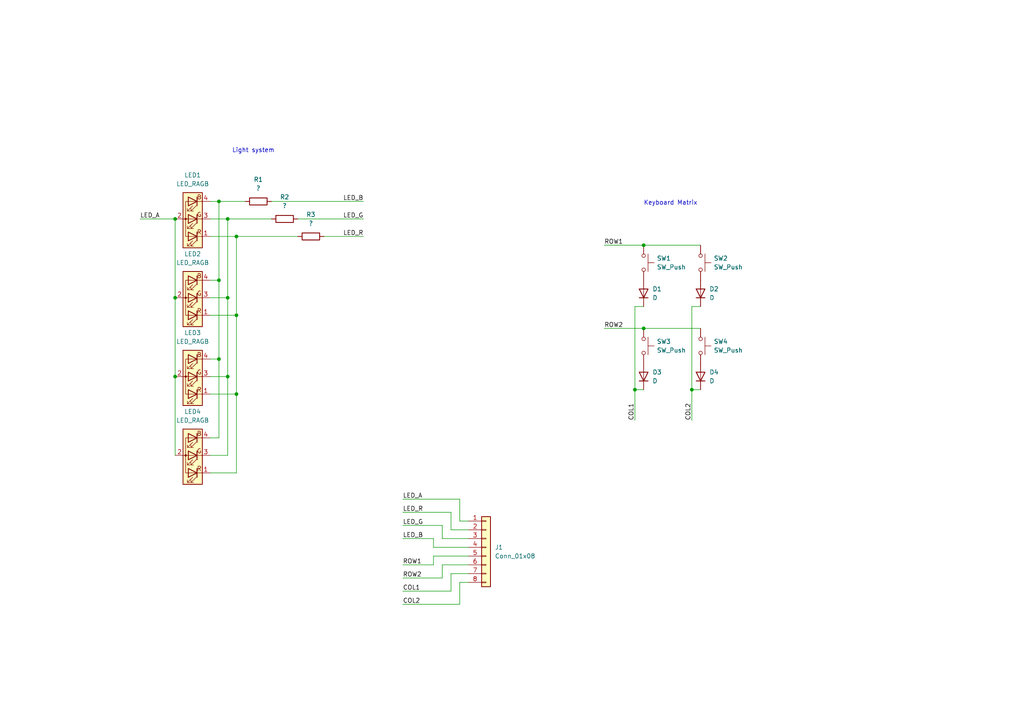
<source format=kicad_sch>
(kicad_sch (version 20211123) (generator eeschema)
  (paper "A4")
  (title_block (title "Mini Keyboard") (date "2022-11-26") (rev "v1.0"))
  (lib_symbols
    (symbol "Connector_Generic:Conn_01x08" (pin_names (offset 1.016) hide)
      (property "Reference" "J" (at 0 10.16 0))
      (property "Value" "Conn_01x08" (at 0 -12.7 0))
      (symbol "Conn_01x08_1_1"
        (rectangle (start -1.27 -10.033) (end 0 -10.287) (stroke (width 0.1524)))
        (rectangle (start -1.27 -7.493) (end 0 -7.747) (stroke (width 0.1524)))
        (rectangle (start -1.27 -4.953) (end 0 -5.207) (stroke (width 0.1524)))
        (rectangle (start -1.27 -2.413) (end 0 -2.667) (stroke (width 0.1524)))
        (rectangle (start -1.27 0.127) (end 0 -0.127) (stroke (width 0.1524)))
        (rectangle (start -1.27 2.667) (end 0 2.413) (stroke (width 0.1524)))
        (rectangle (start -1.27 5.207) (end 0 4.953) (stroke (width 0.1524)))
        (rectangle (start -1.27 7.747) (end 0 7.493) (stroke (width 0.1524)))
        (rectangle (start -1.27 8.89) (end 1.27 -11.43) (stroke (width 0.254)) (fill (type background)))
        (pin passive line (at -5.08 7.62 0) (length 3.81) (name "Pin_1") (number "1"))
        (pin passive line (at -5.08 5.08 0) (length 3.81) (name "Pin_2") (number "2"))
        (pin passive line (at -5.08 2.54 0) (length 3.81) (name "Pin_3") (number "3"))
        (pin passive line (at -5.08 0 0) (length 3.81) (name "Pin_4") (number "4"))
        (pin passive line (at -5.08 -2.54 0) (length 3.81) (name "Pin_5") (number "5"))
        (pin passive line (at -5.08 -5.08 0) (length 3.81) (name "Pin_6") (number "6"))
        (pin passive line (at -5.08 -7.62 0) (length 3.81) (name "Pin_7") (number "7"))
        (pin passive line (at -5.08 -10.16 0) (length 3.81) (name "Pin_8") (number "8"))
      )
    )
    (symbol "Device:D" (pin_numbers hide) (pin_names (offset 1.016) hide)
      (property "Reference" "D" (at 0 2.54 0))
      (property "Value" "D" (at 0 -2.54 0))
      (symbol "D_0_1"
        (polyline (pts (xy -1.27 1.27) (xy -1.27 -1.27)) (stroke (width 0.254)))
        (polyline (pts (xy 1.27 0) (xy -1.27 0)))
        (polyline (pts (xy 1.27 1.27) (xy 1.27 -1.27) (xy -1.27 0) (xy 1.27 1.27)) (stroke (width 0.254)))
      )
      (symbol "D_1_1"
        (pin passive line (at -3.81 0 0) (length 2.54) (name "K") (number "1"))
        (pin passive line (at 3.81 0 180) (length 2.54) (name "A") (number "2"))
      )
    )
    (symbol "Device:LED_RAGB" (pin_names (offset 0) hide)
      (property "Reference" "D" (at 0 9.398 0))
      (property "Value" "LED_RAGB" (at 0 -8.89 0))
      (symbol "LED_RAGB_0_0"
        (text "B" (at -1.905 -6.35 0) (effects (font (size 1.27 1.27))))
        (text "G" (at -1.905 -1.27 0) (effects (font (size 1.27 1.27))))
        (text "R" (at -1.905 3.81 0) (effects (font (size 1.27 1.27))))
      )
      (symbol "LED_RAGB_0_1"
        (polyline (pts (xy -1.27 -5.08) (xy -2.54 -5.08)))
        (polyline (pts (xy -1.27 -5.08) (xy 1.27 -5.08)))
        (polyline (pts (xy -1.27 -3.81) (xy -1.27 -6.35)) (stroke (width 0.254)))
        (polyline (pts (xy -1.27 0) (xy -2.54 0)))
        (polyline (pts (xy -1.27 1.27) (xy -1.27 -1.27)) (stroke (width 0.254)))
        (polyline (pts (xy -1.27 5.08) (xy -2.54 5.08)))
        (polyline (pts (xy -1.27 5.08) (xy 1.27 5.08)))
        (polyline (pts (xy -1.27 6.35) (xy -1.27 3.81)) (stroke (width 0.254)))
        (polyline (pts (xy 1.27 0) (xy -1.27 0)))
        (polyline (pts (xy 1.27 0) (xy 2.54 0)))
        (polyline (pts (xy -1.27 1.27) (xy -1.27 -1.27) (xy -1.27 -1.27)))
        (polyline (pts (xy -1.27 6.35) (xy -1.27 3.81) (xy -1.27 3.81)))
        (polyline (pts (xy 1.27 -5.08) (xy 2.032 -5.08) (xy 2.032 5.08) (xy 1.27 5.08)))
        (polyline (pts (xy 1.27 -3.81) (xy 1.27 -6.35) (xy -1.27 -5.08) (xy 1.27 -3.81)) (stroke (width 0.254)))
        (polyline (pts (xy 1.27 1.27) (xy 1.27 -1.27) (xy -1.27 0) (xy 1.27 1.27)) (stroke (width 0.254)))
        (polyline (pts (xy 1.27 6.35) (xy 1.27 3.81) (xy -1.27 5.08) (xy 1.27 6.35)) (stroke (width 0.254)))
        (polyline (pts (xy -1.016 -3.81) (xy 0.508 -2.286) (xy -0.254 -2.286) (xy 0.508 -2.286) (xy 0.508 -3.048)))
        (polyline (pts (xy -1.016 1.27) (xy 0.508 2.794) (xy -0.254 2.794) (xy 0.508 2.794) (xy 0.508 2.032)))
        (polyline (pts (xy -1.016 6.35) (xy 0.508 7.874) (xy -0.254 7.874) (xy 0.508 7.874) (xy 0.508 7.112)))
        (polyline (pts (xy 0 -3.81) (xy 1.524 -2.286) (xy 0.762 -2.286) (xy 1.524 -2.286) (xy 1.524 -3.048)))
        (polyline (pts (xy 0 1.27) (xy 1.524 2.794) (xy 0.762 2.794) (xy 1.524 2.794) (xy 1.524 2.032)))
        (polyline (pts (xy 0 6.35) (xy 1.524 7.874) (xy 0.762 7.874) (xy 1.524 7.874) (xy 1.524 7.112)))
        (rectangle (start 1.27 -1.27) (end 1.27 1.27))
        (rectangle (start 1.27 1.27) (end 1.27 1.27))
        (rectangle (start 1.27 3.81) (end 1.27 6.35))
        (rectangle (start 1.27 6.35) (end 1.27 6.35))
        (circle (center 2.032 0) (radius 0.254) (fill (type outline)))
        (rectangle (start 2.794 8.382) (end -2.794 -7.62) (stroke (width 0.254)) (fill (type background)))
      )
      (symbol "LED_RAGB_1_1"
        (pin passive line (at -5.08 5.08 0) (length 2.54) (name "RK") (number "1"))
        (pin passive line (at 5.08 0 180) (length 2.54) (name "A") (number "2"))
        (pin passive line (at -5.08 0 0) (length 2.54) (name "GK") (number "3"))
        (pin passive line (at -5.08 -5.08 0) (length 2.54) (name "BK") (number "4"))
      )
    )
    (symbol "Device:R" (pin_numbers hide) (pin_names (offset 0))
      (property "Reference" "R" (at 2.032 0 90))
      (property "Value" "R" (at 0 0 90))
      (symbol "R_0_1"
        (rectangle (start -1.016 -2.54) (end 1.016 2.54) (stroke (width 0.254)))
      )
      (symbol "R_1_1"
        (pin passive line (at 0 3.81 270) (length 1.27) (name "~") (number "1"))
        (pin passive line (at 0 -3.81 90) (length 1.27) (name "~") (number "2"))
      )
    )
    (symbol "Switch:SW_Push" (pin_numbers hide) (pin_names (offset 1.016) hide)
      (property "Reference" "SW" (at 1.27 2.54 0))
      (property "Value" "SW_Push" (at 0 -1.524 0))
      (symbol "SW_Push_0_1"
        (circle (center -2.032 0) (radius 0.508))
        (polyline (pts (xy 0 1.27) (xy 0 3.048)))
        (polyline (pts (xy 2.54 1.27) (xy -2.54 1.27)))
        (circle (center 2.032 0) (radius 0.508))
        (pin passive line (at -5.08 0 0) (length 2.54) (name "1") (number "1"))
        (pin passive line (at 5.08 0 180) (length 2.54) (name "2") (number "2"))
      )
    )
  )
  (junction (at 50.8 63.5))
  (junction (at 68.58 68.58))
  (junction (at 50.8 109.22))
  (junction (at 50.8 86.36))
  (junction (at 184.15 113.03))
  (junction (at 63.5 58.42))
  (junction (at 200.66 113.03))
  (junction (at 186.69 95.25))
  (junction (at 66.04 63.5))
  (junction (at 63.5 81.28))
  (junction (at 66.04 86.36))
  (junction (at 68.58 114.3))
  (junction (at 63.5 104.14))
  (junction (at 186.69 71.12))
  (junction (at 66.04 109.22))
  (junction (at 68.58 91.44))
  (wire (pts (xy 60.96 127) (xy 63.5 127)))
  (wire (pts (xy 186.69 95.25) (xy 203.2 95.25)))
  (wire (pts (xy 116.84 152.4) (xy 128.27 152.4)))
  (wire (pts (xy 63.5 81.28) (xy 63.5 104.14)))
  (wire (pts (xy 133.35 151.13) (xy 135.89 151.13)))
  (wire (pts (xy 130.81 153.67) (xy 135.89 153.67)))
  (wire (pts (xy 125.73 158.75) (xy 135.89 158.75)))
  (wire (pts (xy 50.8 63.5) (xy 50.8 86.36)))
  (wire (pts (xy 68.58 114.3) (xy 68.58 137.16)))
  (wire (pts (xy 63.5 104.14) (xy 63.5 127)))
  (wire (pts (xy 186.69 88.9) (xy 184.15 88.9)))
  (wire (pts (xy 60.96 58.42) (xy 63.5 58.42)))
  (wire (pts (xy 60.96 109.22) (xy 66.04 109.22)))
  (wire (pts (xy 60.96 114.3) (xy 68.58 114.3)))
  (wire (pts (xy 66.04 86.36) (xy 66.04 109.22)))
  (wire (pts (xy 66.04 109.22) (xy 66.04 132.08)))
  (wire (pts (xy 116.84 148.59) (xy 130.81 148.59)))
  (wire (pts (xy 186.69 71.12) (xy 203.2 71.12)))
  (wire (pts (xy 116.84 167.64) (xy 128.27 167.64)))
  (wire (pts (xy 175.26 71.12) (xy 186.69 71.12)))
  (wire (pts (xy 184.15 113.03) (xy 184.15 121.92)))
  (wire (pts (xy 128.27 156.21) (xy 135.89 156.21)))
  (wire (pts (xy 203.2 88.9) (xy 200.66 88.9)))
  (wire (pts (xy 60.96 104.14) (xy 63.5 104.14)))
  (wire (pts (xy 116.84 163.83) (xy 125.73 163.83)))
  (wire (pts (xy 128.27 152.4) (xy 128.27 156.21)))
  (wire (pts (xy 60.96 81.28) (xy 63.5 81.28)))
  (wire (pts (xy 200.66 113.03) (xy 203.2 113.03)))
  (wire (pts (xy 130.81 148.59) (xy 130.81 153.67)))
  (wire (pts (xy 63.5 58.42) (xy 71.12 58.42)))
  (wire (pts (xy 50.8 86.36) (xy 50.8 109.22)))
  (wire (pts (xy 60.96 86.36) (xy 66.04 86.36)))
  (wire (pts (xy 200.66 88.9) (xy 200.66 113.03)))
  (wire (pts (xy 125.73 161.29) (xy 135.89 161.29)))
  (wire (pts (xy 128.27 167.64) (xy 128.27 163.83)))
  (wire (pts (xy 60.96 63.5) (xy 66.04 63.5)))
  (wire (pts (xy 68.58 68.58) (xy 86.36 68.58)))
  (wire (pts (xy 93.98 68.58) (xy 105.41 68.58)))
  (wire (pts (xy 116.84 144.78) (xy 133.35 144.78)))
  (wire (pts (xy 66.04 63.5) (xy 66.04 86.36)))
  (wire (pts (xy 66.04 132.08) (xy 60.96 132.08)))
  (wire (pts (xy 78.74 58.42) (xy 105.41 58.42)))
  (wire (pts (xy 68.58 68.58) (xy 68.58 91.44)))
  (wire (pts (xy 125.73 163.83) (xy 125.73 161.29)))
  (wire (pts (xy 130.81 171.45) (xy 130.81 166.37)))
  (wire (pts (xy 175.26 95.25) (xy 186.69 95.25)))
  (wire (pts (xy 63.5 58.42) (xy 63.5 81.28)))
  (wire (pts (xy 128.27 163.83) (xy 135.89 163.83)))
  (wire (pts (xy 125.73 156.21) (xy 125.73 158.75)))
  (wire (pts (xy 116.84 171.45) (xy 130.81 171.45)))
  (wire (pts (xy 133.35 144.78) (xy 133.35 151.13)))
  (wire (pts (xy 116.84 156.21) (xy 125.73 156.21)))
  (wire (pts (xy 66.04 63.5) (xy 78.74 63.5)))
  (wire (pts (xy 133.35 175.26) (xy 133.35 168.91)))
  (wire (pts (xy 184.15 113.03) (xy 186.69 113.03)))
  (wire (pts (xy 200.66 113.03) (xy 200.66 121.92)))
  (wire (pts (xy 133.35 168.91) (xy 135.89 168.91)))
  (wire (pts (xy 60.96 68.58) (xy 68.58 68.58)))
  (wire (pts (xy 184.15 88.9) (xy 184.15 113.03)))
  (wire (pts (xy 40.64 63.5) (xy 50.8 63.5)))
  (wire (pts (xy 116.84 175.26) (xy 133.35 175.26)))
  (wire (pts (xy 130.81 166.37) (xy 135.89 166.37)))
  (wire (pts (xy 68.58 91.44) (xy 68.58 114.3)))
  (wire (pts (xy 60.96 91.44) (xy 68.58 91.44)))
  (wire (pts (xy 50.8 109.22) (xy 50.8 132.08)))
  (wire (pts (xy 86.36 63.5) (xy 105.41 63.5)))
  (wire (pts (xy 68.58 137.16) (xy 60.96 137.16)))
  (text "Light system" (at 67.31 44.45 0) (effects (font (size 1.27 1.27)) (justify left bottom)))
  (text "Keyboard Matrix" (at 186.69 59.69 0) (effects (font (size 1.27 1.27)) (justify left bottom)))
  (label "ROW1" (at 175.26 71.12 0))
  (label "COL1" (at 116.84 171.45 0))
  (label "ROW2" (at 175.26 95.25 0))
  (label "LED_R" (at 105.41 68.58 180))
  (label "LED_G" (at 105.41 63.5 180))
  (label "LED_A" (at 40.64 63.5 0))
  (label "LED_R" (at 116.84 148.59 0))
  (label "COL2" (at 200.66 121.92 90))
  (label "COL1" (at 184.15 121.92 90))
  (label "LED_A" (at 116.84 144.78 0))
  (label "LED_B" (at 116.84 156.21 0))
  (label "LED_B" (at 105.41 58.42 180))
  (label "ROW2" (at 116.84 167.64 0))
  (label "LED_G" (at 116.84 152.4 0))
  (label "ROW1" (at 116.84 163.83 0))
  (label "COL2" (at 116.84 175.26 0))
  (symbol (lib_id "Switch:SW_Push") (at 203.2 100.33 270) (unit 1)
    (property "Reference" "SW4" (at 207.01 99.0599 90) (effects (justify left)))
    (property "Value" "SW_Push" (at 207.01 101.5999 90) (effects (justify left)))
    (property "Footprint" "Button_Switch_Keyboard:SW_Cherry_MX_1.00u_PCB" (effects hide))
  )
  (symbol (lib_id "Device:R") (at 82.55 63.5 270) (unit 1)
    (property "Reference" "R2" (at 82.55 57.15 90))
    (property "Value" "?" (at 82.55 59.69 90))
    (property "Footprint" "Resistor_THT:R_Axial_DIN0207_L6.3mm_D2.5mm_P10.16mm_Horizontal" (effects hide))
  )
  (symbol (lib_id "Device:D") (at 203.2 85.09 90) (unit 1)
    (property "Reference" "D2" (at 205.74 83.8199 90) (effects (justify right)))
    (property "Value" "D" (at 205.74 86.3599 90) (effects (justify right)))
    (property "Footprint" "Diode_THT:D_DO-35_SOD27_P7.62mm_Horizontal" (effects hide))
  )
  (symbol (lib_id "Device:LED_RAGB") (at 55.88 132.08 180) (unit 1)
    (property "Reference" "LED4" (at 55.88 119.38 0))
    (property "Value" "LED_RAGB" (at 55.88 121.92 0))
    (property "Footprint" "Custom:LED_2.5x5.0mm_4CA_RGB" (effects hide))
  )
  (symbol (lib_id "Device:R") (at 74.93 58.42 270) (unit 1)
    (property "Reference" "R1" (at 74.93 52.07 90))
    (property "Value" "?" (at 74.93 54.61 90))
    (property "Footprint" "Resistor_THT:R_Axial_DIN0207_L6.3mm_D2.5mm_P10.16mm_Horizontal" (effects hide))
  )
  (symbol (lib_id "Device:D") (at 186.69 109.22 90) (unit 1)
    (property "Reference" "D3" (at 189.23 107.9499 90) (effects (justify right)))
    (property "Value" "D" (at 189.23 110.4899 90) (effects (justify right)))
    (property "Footprint" "Diode_THT:D_DO-35_SOD27_P7.62mm_Horizontal" (effects hide))
  )
  (symbol (lib_id "Connector_Generic:Conn_01x08") (at 140.97 158.75 0) (unit 1)
    (property "Reference" "J1" (at 143.51 158.7499 0) (effects (justify left)))
    (property "Value" "Conn_01x08" (at 143.51 161.2899 0) (effects (justify left)))
    (property "Footprint" "Connector_PinHeader_2.54mm:PinHeader_1x08_P2.54mm_Vertical" (effects hide))
  )
  (symbol (lib_id "Device:LED_RAGB") (at 55.88 63.5 180) (unit 1)
    (property "Reference" "LED1" (at 55.88 50.8 0))
    (property "Value" "LED_RAGB" (at 55.88 53.34 0))
    (property "Footprint" "Custom:LED_2.5x5.0mm_4CA_RGB" (effects hide))
  )
  (symbol (lib_id "Device:LED_RAGB") (at 55.88 86.36 180) (unit 1)
    (property "Reference" "LED2" (at 55.88 73.66 0))
    (property "Value" "LED_RAGB" (at 55.88 76.2 0))
    (property "Footprint" "Custom:LED_2.5x5.0mm_4CA_RGB" (effects hide))
  )
  (symbol (lib_id "Device:LED_RAGB") (at 55.88 109.22 180) (unit 1)
    (property "Reference" "LED3" (at 55.88 96.52 0))
    (property "Value" "LED_RAGB" (at 55.88 99.06 0))
    (property "Footprint" "Custom:LED_2.5x5.0mm_4CA_RGB" (effects hide))
  )
  (symbol (lib_id "Switch:SW_Push") (at 186.69 76.2 270) (unit 1)
    (property "Reference" "SW1" (at 190.5 74.9299 90) (effects (justify left)))
    (property "Value" "SW_Push" (at 190.5 77.4699 90) (effects (justify left)))
    (property "Footprint" "Button_Switch_Keyboard:SW_Cherry_MX_1.00u_PCB" (effects hide))
  )
  (symbol (lib_id "Switch:SW_Push") (at 186.69 100.33 270) (unit 1)
    (property "Reference" "SW3" (at 190.5 99.0599 90) (effects (justify left)))
    (property "Value" "SW_Push" (at 190.5 101.5999 90) (effects (justify left)))
    (property "Footprint" "Button_Switch_Keyboard:SW_Cherry_MX_1.00u_PCB" (effects hide))
  )
  (symbol (lib_id "Switch:SW_Push") (at 203.2 76.2 270) (unit 1)
    (property "Reference" "SW2" (at 207.01 74.9299 90) (effects (justify left)))
    (property "Value" "SW_Push" (at 207.01 77.4699 90) (effects (justify left)))
    (property "Footprint" "Button_Switch_Keyboard:SW_Cherry_MX_1.00u_PCB" (effects hide))
  )
  (symbol (lib_id "Device:D") (at 203.2 109.22 90) (unit 1)
    (property "Reference" "D4" (at 205.74 107.9499 90) (effects (justify right)))
    (property "Value" "D" (at 205.74 110.4899 90) (effects (justify right)))
    (property "Footprint" "Diode_THT:D_DO-35_SOD27_P7.62mm_Horizontal" (effects hide))
  )
  (symbol (lib_id "Device:D") (at 186.69 85.09 90) (unit 1)
    (property "Reference" "D1" (at 189.23 83.8199 90) (effects (justify right)))
    (property "Value" "D" (at 189.23 86.3599 90) (effects (justify right)))
    (property "Footprint" "Diode_THT:D_DO-35_SOD27_P7.62mm_Horizontal" (effects hide))
  )
  (symbol (lib_id "Device:R") (at 90.17 68.58 270) (unit 1)
    (property "Reference" "R3" (at 90.17 62.23 90))
    (property "Value" "?" (at 90.17 64.77 90))
    (property "Footprint" "Resistor_THT:R_Axial_DIN0207_L6.3mm_D2.5mm_P10.16mm_Horizontal" (effects hide))
  )
)
</source>
